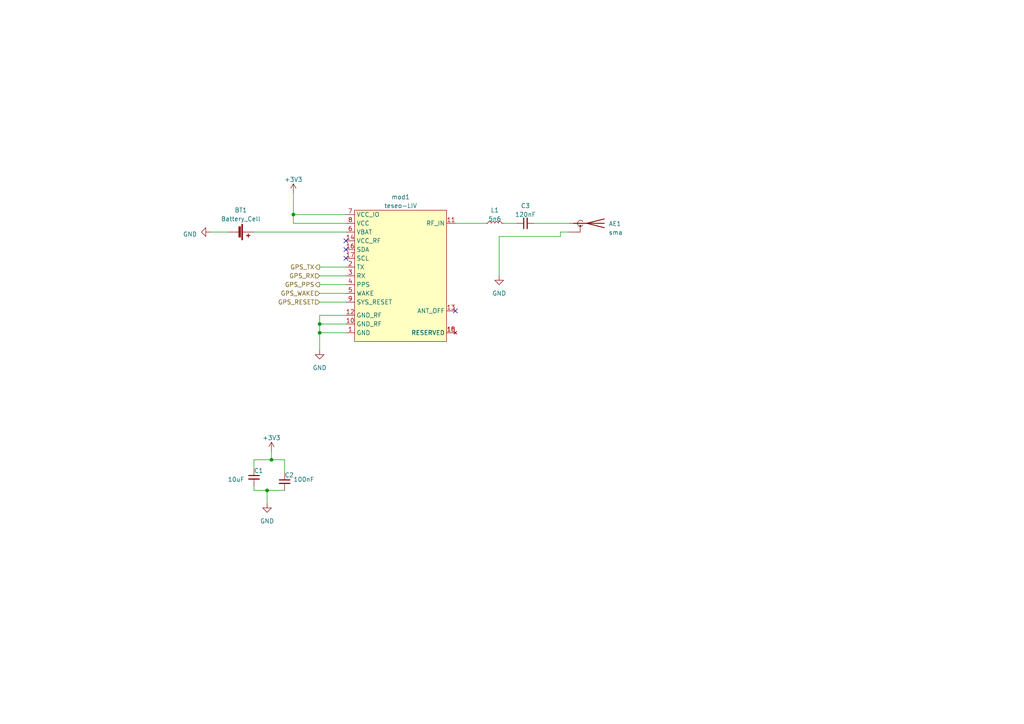
<source format=kicad_sch>
(kicad_sch (version 20210126) (generator eeschema)
  (paper "A4")
  (lib_symbols
    (symbol "Device:Antenna_Shield" (pin_numbers hide) (pin_names (offset 1.016) hide)
      (property "Reference" "AE" (at -1.905 4.445 0))
      (property "Value" "Antenna_Shield" (at -1.905 2.54 0))
      (symbol "Antenna_Shield_0_1"
        (arc (start 0 -2.667) (end -0.508 -1.143) (radius (at -0.0254 -1.8542) (length 0.8128) (angles -88.2 124.2)))
        (arc (start 0 -2.667) (end 0.508 -1.143) (radius (at 0.0254 -1.8542) (length 0.8128) (angles -91.8 55.8)))
        (circle (center 0.762 -1.905) (radius 0.1778) (fill (type outline)))
        (polyline (pts (xy 0 -2.54) (xy 0 0)))
        (polyline (pts (xy 0 5.08) (xy 0 -3.81)) (stroke (width 0.254)))
        (polyline (pts (xy 0.762 -1.905) (xy 2.54 -1.905)))
        (polyline (pts (xy 2.54 -2.54) (xy 2.54 -1.905)))
        (polyline (pts (xy 1.27 5.08) (xy 0 0) (xy -1.27 5.08)) (stroke (width 0.254)))
      )
      (symbol "Antenna_Shield_1_1"
        (pin input line (at 0 -5.08 90) (length 2.54) (name "A") (number "1"))
        (pin input line (at 2.54 -5.08 90) (length 2.54) (name "Shield") (number "2"))
      )
    )
    (symbol "Device:Battery_Cell" (pin_numbers hide) (pin_names (offset 0) hide)
      (property "Reference" "BT" (at 2.54 2.54 0))
      (property "Value" "Battery_Cell" (at 2.54 0 0))
      (symbol "Battery_Cell_0_1"
        (rectangle (start -2.286 1.778) (end 2.286 1.524) (fill (type outline)))
        (rectangle (start -1.5748 1.1938) (end 1.4732 0.6858) (fill (type outline)))
        (polyline (pts (xy 0 0.762) (xy 0 0)))
        (polyline (pts (xy 0 1.778) (xy 0 2.54)))
        (polyline (pts (xy 0.508 3.429) (xy 1.524 3.429)) (stroke (width 0.254)))
        (polyline (pts (xy 1.016 3.937) (xy 1.016 2.921)) (stroke (width 0.254)))
      )
      (symbol "Battery_Cell_1_1"
        (pin passive line (at 0 5.08 270) (length 2.54) (name "+") (number "1"))
        (pin passive line (at 0 -2.54 90) (length 2.54) (name "-") (number "2"))
      )
    )
    (symbol "Device:C_Small" (pin_numbers hide) (pin_names (offset 0.254) hide)
      (property "Reference" "C" (at 0.254 1.778 0))
      (property "Value" "C_Small" (at 0.254 -2.032 0))
      (symbol "C_Small_0_1"
        (polyline (pts (xy -1.524 -0.508) (xy 1.524 -0.508)) (stroke (width 0.3302)))
        (polyline (pts (xy -1.524 0.508) (xy 1.524 0.508)) (stroke (width 0.3048)))
      )
      (symbol "C_Small_1_1"
        (pin passive line (at 0 2.54 270) (length 2.032) (name "~") (number "1"))
        (pin passive line (at 0 -2.54 90) (length 2.032) (name "~") (number "2"))
      )
    )
    (symbol "Device:L_Small" (pin_numbers hide) (pin_names (offset 0.254) hide)
      (property "Reference" "L" (at 0.762 1.016 0))
      (property "Value" "L_Small" (at 0.762 -1.016 0))
      (symbol "L_Small_0_1"
        (arc (start 0 -2.032) (end 0 -1.016) (radius (at 0 -1.524) (length 0.508) (angles -89.9 89.9)))
        (arc (start 0 -1.016) (end 0 0) (radius (at 0 -0.508) (length 0.508) (angles -89.9 89.9)))
        (arc (start 0 0) (end 0 1.016) (radius (at 0 0.508) (length 0.508) (angles -89.9 89.9)))
        (arc (start 0 1.016) (end 0 2.032) (radius (at 0 1.524) (length 0.508) (angles -89.9 89.9)))
      )
      (symbol "L_Small_1_1"
        (pin passive line (at 0 2.54 270) (length 0.508) (name "~") (number "1"))
        (pin passive line (at 0 -2.54 90) (length 0.508) (name "~") (number "2"))
      )
    )
    (symbol "modulles:teseo-LIV"
      (property "Reference" "mod" (at 12.7 -16.51 0))
      (property "Value" "teseo-LIV" (at 12.7 -21.59 0))
      (symbol "teseo-LIV_0_1"
        (rectangle (start 0 1.27) (end 26.67 -36.83) (stroke (width 0.1524)) (fill (type background)))
      )
      (symbol "teseo-LIV_1_1"
        (pin power_out line (at -2.54 -34.29 0) (length 2.54) (name "GND") (number "1"))
        (pin power_out line (at -2.54 -31.75 0) (length 2.54) (name "GND_RF") (number "10"))
        (pin input line (at 29.21 -2.54 180) (length 2.54) (name "RF_IN") (number "11"))
        (pin power_out line (at -2.54 -29.21 0) (length 2.54) (name "GND_RF") (number "12"))
        (pin output line (at 29.21 -27.94 180) (length 2.54) (name "ANT_OFF") (number "13"))
        (pin power_in line (at -2.54 -7.62 0) (length 2.54) (name "VCC_RF") (number "14"))
        (pin no_connect line (at 29.21 -34.29 180) (length 2.54) (name "RESERVED") (number "15"))
        (pin bidirectional line (at -2.54 -10.16 0) (length 2.54) (name "SDA") (number "16"))
        (pin bidirectional line (at -2.54 -12.7 0) (length 2.54) (name "SCL") (number "17"))
        (pin no_connect line (at 29.21 -34.29 180) (length 2.54) (name "RESERVED") (number "18"))
        (pin output line (at -2.54 -15.24 0) (length 2.54) (name "TX") (number "2"))
        (pin input line (at -2.54 -17.78 0) (length 2.54) (name "RX") (number "3"))
        (pin output line (at -2.54 -20.32 0) (length 2.54) (name "PPS") (number "4"))
        (pin input line (at -2.54 -22.86 0) (length 2.54) (name "WAKE") (number "5"))
        (pin power_in line (at -2.54 -5.08 0) (length 2.54) (name "VBAT") (number "6"))
        (pin power_in line (at -2.54 0 0) (length 2.54) (name "VCC_IO") (number "7"))
        (pin power_in line (at -2.54 -2.54 0) (length 2.54) (name "VCC") (number "8"))
        (pin input line (at -2.54 -25.4 0) (length 2.54) (name "SYS_RESET") (number "9"))
      )
    )
    (symbol "power:+3V3" (power) (pin_names (offset 0))
      (property "Value" "+3V3" (at 0 3.556 0))
      (symbol "+3V3_0_1"
        (polyline (pts (xy -0.762 1.27) (xy 0 2.54)))
        (polyline (pts (xy 0 0) (xy 0 2.54)))
        (polyline (pts (xy 0 2.54) (xy 0.762 1.27)))
      )
      (symbol "+3V3_1_1"
        (pin power_in line (at 0 0 90) (length 0) hide (name "+3V3") (number "1"))
      )
    )
    (symbol "power:GND" (power) (pin_names (offset 0))
      (property "Value" "GND" (at 0 -3.81 0))
      (symbol "GND_0_1"
        (polyline (pts (xy 0 0) (xy 0 -1.27) (xy 1.27 -1.27) (xy 0 -2.54) (xy -1.27 -1.27) (xy 0 -1.27)))
      )
      (symbol "GND_1_1"
        (pin power_in line (at 0 0 270) (length 0) hide (name "GND") (number "1"))
      )
    )
  )
  (junction (at 77.47 142.24) (diameter 0.9144))
  (junction (at 78.74 133.35) (diameter 0.9144))
  (junction (at 85.09 62.23) (diameter 0.9144))
  (junction (at 92.71 93.98) (diameter 0.9144))
  (junction (at 92.71 96.52) (diameter 0.9144))
  (no_connect (at 100.33 69.85))
  (no_connect (at 100.33 72.39))
  (no_connect (at 100.33 74.93))
  (no_connect (at 132.08 90.17))
  (wire (pts (xy 60.96 67.31) (xy 66.04 67.31)))
  (wire (pts (xy 73.66 67.31) (xy 100.33 67.31)))
  (wire (pts (xy 73.66 133.35) (xy 73.66 135.89)))
  (wire (pts (xy 73.66 133.35) (xy 78.74 133.35)))
  (wire (pts (xy 73.66 140.97) (xy 73.66 142.24)))
  (wire (pts (xy 73.66 142.24) (xy 77.47 142.24)))
  (wire (pts (xy 77.47 142.24) (xy 82.55 142.24)))
  (wire (pts (xy 77.47 146.05) (xy 77.47 142.24)))
  (wire (pts (xy 78.74 130.81) (xy 78.74 133.35)))
  (wire (pts (xy 78.74 133.35) (xy 82.55 133.35)))
  (wire (pts (xy 82.55 133.35) (xy 82.55 137.16)))
  (wire (pts (xy 85.09 55.88) (xy 85.09 62.23)))
  (wire (pts (xy 85.09 62.23) (xy 85.09 64.77)))
  (wire (pts (xy 85.09 64.77) (xy 100.33 64.77)))
  (wire (pts (xy 92.71 77.47) (xy 100.33 77.47)))
  (wire (pts (xy 92.71 80.01) (xy 100.33 80.01)))
  (wire (pts (xy 92.71 82.55) (xy 100.33 82.55)))
  (wire (pts (xy 92.71 85.09) (xy 100.33 85.09)))
  (wire (pts (xy 92.71 87.63) (xy 100.33 87.63)))
  (wire (pts (xy 92.71 91.44) (xy 100.33 91.44)))
  (wire (pts (xy 92.71 93.98) (xy 92.71 91.44)))
  (wire (pts (xy 92.71 93.98) (xy 100.33 93.98)))
  (wire (pts (xy 92.71 96.52) (xy 92.71 93.98)))
  (wire (pts (xy 92.71 96.52) (xy 100.33 96.52)))
  (wire (pts (xy 92.71 101.6) (xy 92.71 96.52)))
  (wire (pts (xy 100.33 62.23) (xy 85.09 62.23)))
  (wire (pts (xy 132.08 64.77) (xy 140.97 64.77)))
  (wire (pts (xy 144.78 68.58) (xy 144.78 80.01)))
  (wire (pts (xy 146.05 64.77) (xy 149.86 64.77)))
  (wire (pts (xy 154.94 64.77) (xy 165.1 64.77)))
  (wire (pts (xy 162.56 67.31) (xy 162.56 68.58)))
  (wire (pts (xy 162.56 68.58) (xy 144.78 68.58)))
  (wire (pts (xy 165.1 67.31) (xy 162.56 67.31)))
  (hierarchical_label "GPS_TX" (shape output) (at 92.71 77.47 180))
  (hierarchical_label "GPS_RX" (shape input) (at 92.71 80.01 180))
  (hierarchical_label "GPS_PPS" (shape output) (at 92.71 82.55 180))
  (hierarchical_label "GPS_WAKE" (shape input) (at 92.71 85.09 180))
  (hierarchical_label "GPS_RESET" (shape input) (at 92.71 87.63 180))
  (symbol (lib_id "power:+3V3") (at 78.74 130.81 0) (unit 1)
    (property "Reference" "#PWR0114" (effects hide))
    (property "Value" "+3V3" (at 78.74 127 0))
  )
  (symbol (lib_id "power:+3V3") (at 85.09 55.88 0) (unit 1)
    (property "Reference" "#PWR0116" (effects hide))
    (property "Value" "+3V3" (at 85.09 52.07 0))
  )
  (symbol (lib_id "Device:L_Small") (at 143.51 64.77 90) (unit 1)
    (property "Reference" "L1" (at 143.51 60.96 90))
    (property "Value" "5n6" (at 143.51 63.5 90))
    (property "Footprint" "vanalles:0603" (effects hide))
  )
  (symbol (lib_id "power:GND") (at 60.96 67.31 270) (unit 1)
    (property "Reference" "#PWR0113" (effects hide))
    (property "Value" "GND" (at 57.15 67.9449 90) (effects (justify right)))
  )
  (symbol (lib_id "power:GND") (at 77.47 146.05 0) (unit 1)
    (property "Reference" "#PWR0112" (effects hide))
    (property "Value" "GND" (at 77.47 151.13 0))
  )
  (symbol (lib_id "power:GND") (at 92.71 101.6 0) (unit 1)
    (property "Reference" "#PWR0111" (effects hide))
    (property "Value" "GND" (at 92.71 106.68 0))
  )
  (symbol (lib_id "power:GND") (at 144.78 80.01 0) (unit 1)
    (property "Reference" "#PWR0115" (effects hide))
    (property "Value" "GND" (at 144.78 85.09 0))
  )
  (symbol (lib_id "Device:C_Small") (at 73.66 138.43 0) (unit 1)
    (property "Reference" "C1" (at 73.66 136.5249 0) (effects (justify left)))
    (property "Value" "10uF" (at 66.04 139.0649 0) (effects (justify left)))
    (property "Footprint" "vanalles:0402" (effects hide))
  )
  (symbol (lib_id "Device:C_Small") (at 82.55 139.7 0) (unit 1)
    (property "Reference" "C2" (at 82.55 137.7949 0) (effects (justify left)))
    (property "Value" "100nF" (at 85.09 139.0649 0) (effects (justify left)))
    (property "Footprint" "vanalles:0402" (effects hide))
  )
  (symbol (lib_id "Device:C_Small") (at 152.4 64.77 90) (unit 1)
    (property "Reference" "C3" (at 152.4 59.69 90))
    (property "Value" "120nF" (at 152.4 62.23 90))
    (property "Footprint" "vanalles:0402" (effects hide))
  )
  (symbol (lib_id "Device:Battery_Cell") (at 68.58 67.31 270) (unit 1)
    (property "Reference" "BT1" (at 69.85 60.96 90))
    (property "Value" "Battery_Cell" (at 69.85 63.5 90))
    (property "Footprint" "vanalles:3012TR" (effects hide))
  )
  (symbol (lib_id "Device:Antenna_Shield") (at 170.18 64.77 270) (unit 1)
    (property "Reference" "AE1" (at 176.53 64.8969 90) (effects (justify left)))
    (property "Value" "sma" (at 176.53 67.4369 90) (effects (justify left)))
    (property "Footprint" "connectors_user:ufl connector" (effects hide))
  )
  (symbol (lib_id "modulles:teseo-LIV") (at 102.87 62.23 0) (unit 1)
    (property "Reference" "mod1" (at 116.205 57.15 0))
    (property "Value" "teseo-LIV" (at 116.205 59.69 0))
    (property "Footprint" "Module:SON_STM_TESEO-LIV3R" (effects hide))
  )
)
</source>
